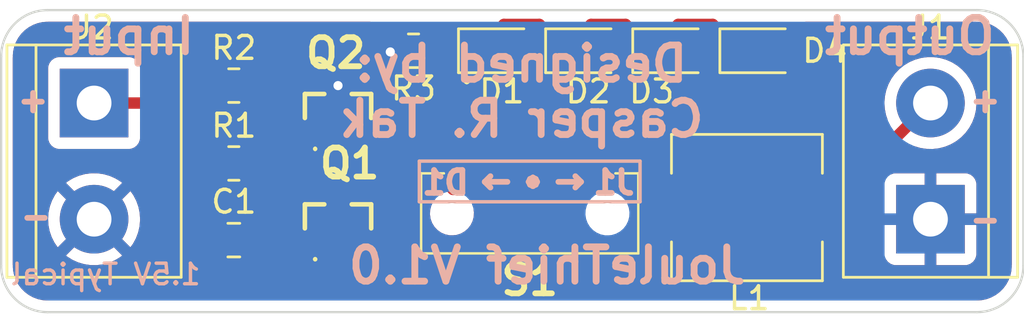
<source format=kicad_pcb>
(kicad_pcb (version 20211014) (generator pcbnew)
  (title_block (title "JouleThief THT") (date "2022-10-08") (rev "1.0") (comment 1 "Casper R. Tak"))
  (layers (0 "F.Cu" signal) (31 "B.Cu" signal) (34 "B.Paste" user) (35 "F.Paste" user) (36 "B.SilkS" user "B.Silkscreen") (37 "F.SilkS" user "F.Silkscreen") (38 "B.Mask" user) (39 "F.Mask" user) (44 "Edge.Cuts" user))
  (net 0 "")
  (net 1 "Net-(C1-Pad1)")
  (net 2 "Net-(C1-Pad2)")
  (net 3 "GND")
  (net 4 "Net-(J2-Pad1)")
  (net 5 "Net-(Q1-Pad2)")
  (net 6 "Net-(D4-Pad1)")
  (net 7 "Net-(D4-Pad2)")
  (net 8 "Net-(J1-Pad2)")
  (footprint "Resistor_SMD:R_0805_2012Metric_Pad1.20x1.40mm_HandSolder" (layer "F.Cu") (at 128.54 95.25)
    (fp_text reference "R2" (at 0 -1.65) (layer "F.SilkS"))
    (fp_text value "330")
    (fp_line (start -0.227064 0.735) (end 0.227064 0.735) (layer "F.SilkS") (width 0.12))
    (fp_line (start -0.227064 -0.735) (end 0.227064 -0.735) (layer "F.SilkS") (width 0.12))
    (pad "1" smd roundrect (at -1 0) (size 1.2 1.4) (layers "F.Cu" "F.Paste" "F.Mask") (roundrect_rratio 0.208333) (net 4 "Net-(J2-Pad1)"))
    (pad "2" smd roundrect (at 1 0) (size 1.2 1.4) (layers "F.Cu" "F.Paste" "F.Mask") (roundrect_rratio 0.208333) (net 5 "Net-(Q1-Pad2)"))
  )
  (footprint "LED_SMD:LED_0805_2012Metric_Pad1.15x1.40mm_HandSolder" (layer "F.Cu") (at 147.844 93.726)
    (fp_text reference "D3" (at -1.032 1.778) (layer "F.SilkS"))
    (fp_text value "LED")
    (fp_line (start -1.86 -0.96) (end -1.86 0.96) (layer "F.SilkS") (width 0.12))
    (fp_line (start -1.86 0.96) (end 1 0.96) (layer "F.SilkS") (width 0.12))
    (fp_line (start 1 -0.96) (end -1.86 -0.96) (layer "F.SilkS") (width 0.12))
    (pad "1" smd roundrect (at -1.025 0) (size 1.15 1.4) (layers "F.Cu" "F.Paste" "F.Mask") (roundrect_rratio 0.217391) (net 6 "Net-(D4-Pad1)"))
    (pad "2" smd roundrect (at 1.025 0) (size 1.15 1.4) (layers "F.Cu" "F.Paste" "F.Mask") (roundrect_rratio 0.217391) (net 7 "Net-(D4-Pad2)"))
  )
  (footprint "TerminalBlock:TerminalBlock_bornier-2_P5.08mm" (layer "F.Cu") (at 122.428 96.012 -90)
    (fp_text reference "J2" (at -3.302 0) (layer "F.SilkS"))
    (fp_text value "Screw_Terminal_01x02" hide)
    (fp_line (start -2.54 -3.81) (end -2.54 3.81) (layer "F.SilkS") (width 0.12))
    (fp_line (start 7.62 2.54) (end -2.54 2.54) (layer "F.SilkS") (width 0.12))
    (fp_line (start 7.62 -3.81) (end -2.54 -3.81) (layer "F.SilkS") (width 0.12))
    (fp_line (start -2.54 3.81) (end 7.62 3.81) (layer "F.SilkS") (width 0.12))
    (fp_line (start 7.62 3.81) (end 7.62 -3.81) (layer "F.SilkS") (width 0.12))
    (pad "1" thru_hole rect (at 0 0 270) (size 3 3) (drill 1.52) (layers *.Cu *.Mask) (net 4 "Net-(J2-Pad1)"))
    (pad "2" thru_hole circle (at 5.08 0 270) (size 3 3) (drill 1.52) (layers *.Cu *.Mask) (net 3 "GND"))
  )
  (footprint "LED_SMD:LED_0805_2012Metric_Pad1.15x1.40mm_HandSolder" (layer "F.Cu") (at 140.224 93.726)
    (fp_text reference "D1" (at 0.0348 1.778) (layer "F.SilkS"))
    (fp_text value "LED")
    (fp_line (start -1.86 0.96) (end 1 0.96) (layer "F.SilkS") (width 0.12))
    (fp_line (start 1 -0.96) (end -1.86 -0.96) (layer "F.SilkS") (width 0.12))
    (fp_line (start -1.86 -0.96) (end -1.86 0.96) (layer "F.SilkS") (width 0.12))
    (pad "1" smd roundrect (at -1.025 0) (size 1.15 1.4) (layers "F.Cu" "F.Paste" "F.Mask") (roundrect_rratio 0.217391) (net 6 "Net-(D4-Pad1)"))
    (pad "2" smd roundrect (at 1.025 0) (size 1.15 1.4) (layers "F.Cu" "F.Paste" "F.Mask") (roundrect_rratio 0.217391) (net 7 "Net-(D4-Pad2)"))
  )
  (footprint "LED_SMD:LED_0805_2012Metric_Pad1.15x1.40mm_HandSolder" (layer "F.Cu") (at 151.654 93.726)
    (fp_text reference "D4" (at 2.7272 0) (layer "F.SilkS"))
    (fp_text value "LED")
    (fp_line (start 1 -0.96) (end -1.86 -0.96) (layer "F.SilkS") (width 0.12))
    (fp_line (start -1.86 0.96) (end 1 0.96) (layer "F.SilkS") (width 0.12))
    (fp_line (start -1.86 -0.96) (end -1.86 0.96) (layer "F.SilkS") (width 0.12))
    (pad "1" smd roundrect (at -1.025 0) (size 1.15 1.4) (layers "F.Cu" "F.Paste" "F.Mask") (roundrect_rratio 0.217391) (net 6 "Net-(D4-Pad1)"))
    (pad "2" smd roundrect (at 1.025 0) (size 1.15 1.4) (layers "F.Cu" "F.Paste" "F.Mask") (roundrect_rratio 0.217391) (net 7 "Net-(D4-Pad2)"))
  )
  (footprint "Capacitor_SMD:C_0805_2012Metric_Pad1.18x1.45mm_HandSolder" (layer "F.Cu") (at 128.54 102.0064)
    (fp_text reference "C1" (at 0 -1.68) (layer "F.SilkS"))
    (fp_text value "220pf")
    (fp_line (start -0.261252 0.735) (end 0.261252 0.735) (layer "F.SilkS") (width 0.12))
    (fp_line (start -0.261252 -0.735) (end 0.261252 -0.735) (layer "F.SilkS") (width 0.12))
    (pad "1" smd roundrect (at -1.0375 0) (size 1.175 1.45) (layers "F.Cu" "F.Paste" "F.Mask") (roundrect_rratio 0.212766) (net 1 "Net-(C1-Pad1)"))
    (pad "2" smd roundrect (at 1.0375 0) (size 1.175 1.45) (layers "F.Cu" "F.Paste" "F.Mask") (roundrect_rratio 0.212766) (net 2 "Net-(C1-Pad2)"))
  )
  (footprint "Inductor_SMD:L_6.3x6.3_H3" (layer "F.Cu") (at 150.9776 100.584)
    (fp_text reference "L1" (at 0.1016 3.9624) (layer "F.SilkS"))
    (fp_text value "100uH")
    (fp_line (start -3.3 -1.5) (end -3.3 -3.2) (layer "F.SilkS") (width 0.12))
    (fp_line (start 3.3 -3.2) (end 3.3 -1.5) (layer "F.SilkS") (width 0.12))
    (fp_line (start -3.3 3.2) (end -3.3 1.5) (layer "F.SilkS") (width 0.12))
    (fp_line (start 3.3 1.5) (end 3.3 3.2) (layer "F.SilkS") (width 0.12))
    (fp_line (start 3.3 3.2) (end -3.3 3.2) (layer "F.SilkS") (width 0.12))
    (fp_line (start -3.3 -3.2) (end 3.3 -3.2) (layer "F.SilkS") (width 0.12))
    (pad "1" smd rect (at -2.75 0) (size 1.5 2.4) (layers "F.Cu" "F.Paste" "F.Mask") (net 1 "Net-(C1-Pad1)"))
    (pad "2" smd rect (at 2.75 0) (size 1.5 2.4) (layers "F.Cu" "F.Paste" "F.Mask") (net 4 "Net-(J2-Pad1)"))
  )
  (footprint "SamacSys_Parts:BC847215" (layer "F.Cu") (at 133.096 101.092)
    (fp_text reference "Q1" (at 0.508 -2.4384) (layer "F.SilkS") (effects (font (size 1.27 1.27) (thickness 0.254))))
    (fp_text value "BC547" hide)
    (fp_line (start -1.45 -0.65) (end -1.45 0.4) (layer "F.SilkS") (width 0.2))
    (fp_line (start -1 1.8) (end -1 1.8) (layer "F.SilkS") (width 0.1))
    (fp_line (start 1.45 -0.65) (end 1.45 0.4) (layer "F.SilkS") (width 0.2))
    (fp_line (start 0.6 -0.65) (end 1.45 -0.65) (layer "F.SilkS") (width 0.2))
    (fp_line (start -0.6 -0.65) (end -1.45 -0.65) (layer "F.SilkS") (width 0.2))
    (fp_line (start -1 1.7) (end -1 1.7) (layer "F.SilkS") (width 0.1))
    (fp_arc (start -1 1.7) (mid -0.95 1.75) (end -1 1.8) (layer "F.SilkS") (width 0.1))
    (fp_arc (start -1 1.8) (mid -1.05 1.75) (end -1 1.7) (layer "F.SilkS") (width 0.1))
    (pad "1" smd rect locked (at -0.95 1) (size 0.6 0.7) (layers "F.Cu" "F.Paste" "F.Mask") (net 1 "Net-(C1-Pad1)"))
    (pad "2" smd rect locked (at 0.95 1) (size 0.6 0.7) (layers "F.Cu" "F.Paste" "F.Mask") (net 5 "Net-(Q1-Pad2)"))
    (pad "3" smd rect locked (at 0 -1) (size 0.6 0.7) (layers "F.Cu" "F.Paste" "F.Mask") (net 3 "GND"))
  )
  (footprint "LED_SMD:LED_0805_2012Metric_Pad1.15x1.40mm_HandSolder" (layer "F.Cu") (at 144.034 93.726)
    (fp_text reference "D2" (at 0 1.778) (layer "F.SilkS"))
    (fp_text value "LED")
    (fp_line (start 1 -0.96) (end -1.86 -0.96) (layer "F.SilkS") (width 0.12))
    (fp_line (start -1.86 -0.96) (end -1.86 0.96) (layer "F.SilkS") (width 0.12))
    (fp_line (start -1.86 0.96) (end 1 0.96) (layer "F.SilkS") (width 0.12))
    (pad "1" smd roundrect (at -1.025 0) (size 1.15 1.4) (layers "F.Cu" "F.Paste" "F.Mask") (roundrect_rratio 0.217391) (net 6 "Net-(D4-Pad1)"))
    (pad "2" smd roundrect (at 1.025 0) (size 1.15 1.4) (layers "F.Cu" "F.Paste" "F.Mask") (roundrect_rratio 0.217391) (net 7 "Net-(D4-Pad2)"))
  )
  (footprint "TerminalBlock:TerminalBlock_bornier-2_P5.08mm" (layer "F.Cu") (at 159.004 101.092 90)
    (fp_text reference "J1" (at 8.382 -0.015915 180) (layer "F.SilkS"))
    (fp_text value "Screw_Terminal_01x02" hide)
    (fp_line (start 7.62 -3.81) (end -2.54 -3.81) (layer "F.SilkS") (width 0.12))
    (fp_line (start -2.54 -3.81) (end -2.54 3.81) (layer "F.SilkS") (width 0.12))
    (fp_line (start 7.62 2.54) (end -2.54 2.54) (layer "F.SilkS") (width 0.12))
    (fp_line (start -2.54 3.81) (end 7.62 3.81) (layer "F.SilkS") (width 0.12))
    (fp_line (start 7.62 3.81) (end 7.62 -3.81) (layer "F.SilkS") (width 0.12))
    (pad "1" thru_hole rect (at 0 0 90) (size 3 3) (drill 1.52) (layers *.Cu *.Mask) (net 3 "GND"))
    (pad "2" thru_hole circle (at 5.08 0 90) (size 3 3) (drill 1.52) (layers *.Cu *.Mask) (net 8 "Net-(J1-Pad2)"))
  )
  (footprint "SamacSys_Parts:LSSM12PVTR" (layer "F.Cu") (at 141.478 100.838)
    (fp_text reference "S1" (at 0 2.921) (layer "F.SilkS") (effects (font (size 1.27 1.27) (thickness 0.254))))
    (fp_text value "SWITCH-SPDT-PTH-11.6X4.0MM-KIT" hide)
    (fp_line (start -4.75 -1.75) (end -4.75 -1.75) (layer "F.SilkS") (width 0.1))
    (fp_line (start 3.75 -1.75) (end 3.75 -1.75) (layer "F.SilkS") (width 0.1))
    (fp_line (start -4.75 -1.75) (end -4.75 -1.75) (layer "F.SilkS") (width 0.1))
    (fp_line (start 4.75 1.75) (end 4.75 1.75) (layer "F.SilkS") (width 0.1))
    (fp_line (start 4.75 -1.75) (end 4.75 -1.75) (layer "F.SilkS") (width 0.1))
    (fp_line (start -2.75 -5.85) (end -2.75 -5.85) (layer "F.SilkS") (width 0.2))
    (fp_line (start -2.75 -5.75) (end -2.75 -5.75) (layer "F.SilkS") (width 0.2))
    (fp_line (start 3.75 -1.75) (end 4.75 -1.75) (layer "F.SilkS") (width 0.1))
    (fp_line (start -4.75 1.75) (end -4.75 1.75) (layer "F.SilkS") (width 0.1))
    (fp_line (start -3.75 -1.75) (end -4.75 -1.75) (layer "F.SilkS") (width 0.1))
    (fp_line (start -4.75 -1.75) (end -3.75 -1.75) (layer "F.SilkS") (width 0.1))
    (fp_line (start -4.75 -1.75) (end -4.75 1.75) (layer "F.SilkS") (width 0.1))
    (fp_line (start -4.75 1.75) (end -4.75 -1.75) (layer "F.SilkS") (width 0.1))
    (fp_line (start 4.75 -1.75) (end 3.75 -1.75) (layer "F.SilkS") (width 0.1))
    (fp_line (start -4.75 1.75) (end -4.75 1.75) (layer "F.SilkS") (width 0.1))
    (fp_line (start 4.75 1.75) (end 4.75 -1.75) (layer "F.SilkS") (width 0.1))
    (fp_line (start 4.75 -1.75) (end 4.75 1.75) (layer "F.SilkS") (width 0.1))
    (fp_line (start -2.75 -5.85) (end -2.75 -5.85) (layer "F.SilkS") (width 0.2))
    (fp_line (start 4.75 -1.75) (end 4.75 -1.75) (layer "F.SilkS") (width 0.1))
    (fp_line (start 4.75 1.75) (end -4.75 1.75) (layer "F.SilkS") (width 0.1))
    (fp_line (start -3.75 -1.75) (end -3.75 -1.75) (layer "F.SilkS") (width 0.1))
    (fp_line (start -4.75 1.75) (end 4.75 1.75) (layer "F.SilkS") (width 0.1))
    (fp_line (start 4.75 1.75) (end 4.75 1.75) (layer "F.SilkS") (width 0.1))
    (fp_arc (start -2.75 -5.85) (mid -2.7 -5.8) (end -2.75 -5.75) (layer "F.SilkS") (width 0.2))
    (fp_arc (start -2.75 -5.75) (mid -2.8 -5.8) (end -2.75 -5.85) (layer "F.SilkS") (width 0.2))
    (fp_arc (start -2.75 -5.75) (mid -2.8 -5.8) (end -2.75 -5.85) (layer "F.SilkS") (width 0.2))
    (pad "" np_thru_hole circle locked (at 3.4 0) (size 0.9 0.9) (drill 0.9) (layers *.Cu *.Mask))
    (pad "" np_thru_hole circle locked (at -3.4 0) (size 0.9 0.9) (drill 0.9) (layers *.Cu *.Mask))
    (pad "1" smd rect locked (at -2.5 -2.75) (size 1.2 2.5) (layers "F.Cu" "F.Paste" "F.Mask") (net 7 "Net-(D4-Pad2)"))
    (pad "2" smd rect locked (at 0 -2.75) (size 1.2 2.5) (layers "F.Cu" "F.Paste" "F.Mask") (net 1 "Net-(C1-Pad1)"))
    (pad "3" smd rect locked (at 2.5 -2.75) (size 1.2 2.5) (layers "F.Cu" "F.Paste" "F.Mask") (net 8 "Net-(J1-Pad2)"))
  )
  (footprint "SamacSys_Parts:BC847215" (layer "F.Cu") (at 133.096 96.266)
    (fp_text reference "Q2" (at -0.1016 -2.4384) (layer "F.SilkS") (effects (font (size 1.27 1.27) (thickness 0.254))))
    (fp_text value "BC547" hide)
    (fp_line (start 0.6 -0.65) (end 1.45 -0.65) (layer "F.SilkS") (width 0.2))
    (fp_line (start -1.45 -0.65) (end -1.45 0.4) (layer "F.SilkS") (width 0.2))
    (fp_line (start 1.45 -0.65) (end 1.45 0.4) (layer "F.SilkS") (width 0.2))
    (fp_line (start -0.6 -0.65) (end -1.45 -0.65) (layer "F.SilkS") (width 0.2))
    (fp_line (start -1 1.7) (end -1 1.7) (layer "F.SilkS") (width 0.1))
    (fp_line (start -1 1.8) (end -1 1.8) (layer "F.SilkS") (width 0.1))
    (fp_arc (start -1 1.7) (mid -0.95 1.75) (end -1 1.8) (layer "F.SilkS") (width 0.1))
    (fp_arc (start -1 1.8) (mid -1.05 1.75) (end -1 1.7) (layer "F.SilkS") (width 0.1))
    (pad "1" smd rect locked (at -0.95 1) (size 0.6 0.7) (layers "F.Cu" "F.Paste" "F.Mask") (net 5 "Net-(Q1-Pad2)"))
    (pad "2" smd rect locked (at 0.95 1) (size 0.6 0.7) (layers "F.Cu" "F.Paste" "F.Mask") (net 2 "Net-(C1-Pad2)"))
    (pad "3" smd rect locked (at 0 -1) (size 0.6 0.7) (layers "F.Cu" "F.Paste" "F.Mask") (net 3 "GND"))
  )
  (footprint "Resistor_SMD:R_0805_2012Metric_Pad1.20x1.40mm_HandSolder" (layer "F.Cu") (at 136.398 93.726 180)
    (fp_text reference "R3" (at 0 -1.65) (layer "F.SilkS"))
    (fp_text value "x")
    (fp_line (start -0.227064 -0.735) (end 0.227064 -0.735) (layer "F.SilkS") (width 0.12))
    (fp_line (start -0.227064 0.735) (end 0.227064 0.735) (layer "F.SilkS") (width 0.12))
    (pad "1" smd roundrect (at -1 0 180) (size 1.2 1.4) (layers "F.Cu" "F.Paste" "F.Mask") (roundrect_rratio 0.208333) (net 6 "Net-(D4-Pad1)"))
    (pad "2" smd roundrect (at 1 0 180) (size 1.2 1.4) (layers "F.Cu" "F.Paste" "F.Mask") (roundrect_rratio 0.208333) (net 3 "GND"))
  )
  (footprint "Resistor_SMD:R_0805_2012Metric_Pad1.20x1.40mm_HandSolder" (layer "F.Cu") (at 128.54 98.6536)
    (fp_text reference "R1" (at 0 -1.65) (layer "F.SilkS"))
    (fp_text value "22k")
    (fp_line (start -0.227064 0.735) (end 0.227064 0.735) (layer "F.SilkS") (width 0.12))
    (fp_line (start -0.227064 -0.735) (end 0.227064 -0.735) (layer "F.SilkS") (width 0.12))
    (pad "1" smd roundrect (at -1 0) (size 1.2 1.4) (layers "F.Cu" "F.Paste" "F.Mask") (roundrect_rratio 0.208333) (net 1 "Net-(C1-Pad1)"))
    (pad "2" smd roundrect (at 1 0) (size 1.2 1.4) (layers "F.Cu" "F.Paste" "F.Mask") (roundrect_rratio 0.208333) (net 2 "Net-(C1-Pad2)"))
  )
  (gr_line (start 136.652 100.33) (end 136.652 98.552) (layer "B.SilkS") (width 0.15))
  (gr_line (start 146.304 98.552) (end 146.304 100.33) (layer "B.SilkS") (width 0.15))
  (gr_line (start 136.652 98.552) (end 146.304 98.552) (layer "B.SilkS") (width 0.15))
  (gr_line (start 146.304 100.33) (end 136.652 100.33) (layer "B.SilkS") (width 0.15))
  (gr_arc (start 163.068 103.124) (mid 162.472842 104.560846) (end 161.036 105.156) (layer "Edge.Cuts") (width 0.1))
  (gr_arc (start 161.036 91.948) (mid 162.472831 92.543164) (end 163.068 93.98) (layer "Edge.Cuts") (width 0.1))
  (gr_line (start 163.068 93.98) (end 163.068 103.124) (layer "Edge.Cuts") (width 0.1))
  (gr_line (start 118.364 103.124) (end 118.364 93.98) (layer "Edge.Cuts") (width 0.1))
  (gr_arc (start 118.364 93.98) (mid 118.959159 92.543159) (end 120.396 91.948) (layer "Edge.Cuts") (width 0.1))
  (gr_line (start 120.396 91.948) (end 161.036 91.948) (layer "Edge.Cuts") (width 0.1))
  (gr_arc (start 120.396 105.156) (mid 118.959159 104.560841) (end 118.364 103.124) (layer "Edge.Cuts") (width 0.1))
  (gr_line (start 161.036 105.156) (end 120.396 105.156) (layer "Edge.Cuts") (width 0.1))
  (gr_text "Designed by:\nCasper R. Tak" (at 141.1224 95.504) (layer "B.SilkS") (effects (font (size 1.5 1.5) (thickness 0.3)) (justify mirror)))
  (gr_text "J1" (at 145.161 99.4918) (layer "B.SilkS") (effects (font (size 1 1) (thickness 0.25)) (justify mirror)))
  (gr_text "D1\n" (at 137.795 99.4918) (layer "B.SilkS") (effects (font (size 1 1) (thickness 0.25)) (justify mirror)))
  (gr_text "Output\n" (at 158.099085 93.091) (layer "B.SilkS") (effects (font (size 1.5 1.5) (thickness 0.3)) (justify mirror)))
  (gr_text "-\n" (at 161.401085 101.092) (layer "B.SilkS") (effects (font (size 1 1) (thickness 0.25)) (justify mirror)))
  (gr_text "+" (at 161.401085 95.885) (layer "B.SilkS") (effects (font (size 1 1) (thickness 0.25)) (justify mirror)))
  (gr_text " ←•→" (at 142.113 99.3648) (layer "B.SilkS") (effects (font (size 1.3 1.3) (thickness 0.25)) (justify mirror)))
  (gr_text "1.5V Typical" (at 122.936 103.505) (layer "B.SilkS") (effects (font (size 0.9 0.9)) (justify mirror)))
  (gr_text "Input" (at 123.952 93.091) (layer "B.SilkS") (effects (font (size 1.5 1.5) (thickness 0.3)) (justify mirror)))
  (gr_text "JouleThief V1.0\n" (at 142.24 103.124) (layer "B.SilkS") (effects (font (size 1.5 1.5) (thickness 0.3)) (justify mirror)))
  (gr_text "+" (at 119.761 95.885) (layer "B.SilkS") (effects (font (size 1 1) (thickness 0.25)) (justify mirror)))
  (gr_text "-\n" (at 119.888 100.965) (layer "B.SilkS") (effects (font (size 1 1) (thickness 0.25)) (justify mirror)))
  (segment (start 133.096 104.14) (end 144.653 104.14) (width 0.5) (layer "F.Cu") (net 1))
  (segment (start 144.653 104.14) (end 145.161 103.632) (width 0.5) (layer "F.Cu") (net 1))
  (segment (start 145.1864 103.632) (end 148.38 100.4384) (width 0.5) (layer "F.Cu") (net 1))
  (segment (start 145.161 103.632) (end 145.1864 103.632) (width 0.5) (layer "F.Cu") (net 1))
  (segment (start 127.5025 98.6911) (end 127.54 98.6536) (width 0.5) (layer "F.Cu") (net 1))
  (segment (start 128.778 104.013) (end 130.225 104.013) (width 0.5) (layer "F.Cu") (net 1))
  (segment (start 127.5025 102.0064) (end 127.5025 98.6911) (width 0.5) (layer "F.Cu") (net 1))
  (segment (start 141.478 98.088) (end 141.478 99.949) (width 0.5) (layer "F.Cu") (net 1))
  (segment (start 127.5025 102.0064) (end 127.5025 102.7375) (width 0.5) (layer "F.Cu") (net 1))
  (segment (start 132.146 102.092) (end 132.146 103.19) (width 0.5) (layer "F.Cu") (net 1))
  (segment (start 130.225 104.013) (end 132.146 102.092) (width 0.5) (layer "F.Cu") (net 1))
  (segment (start 127.5025 102.7375) (end 128.778 104.013) (width 0.5) (layer "F.Cu") (net 1))
  (segment (start 132.146 103.19) (end 133.096 104.14) (width 0.5) (layer "F.Cu") (net 1))
  (segment (start 141.478 99.949) (end 145.161 103.632) (width 0.5) (layer "F.Cu") (net 1))
  (segment (start 129.5775 98.6911) (end 129.54 98.6536) (width 0.5) (layer "F.Cu") (net 2))
  (segment (start 129.54 98.6536) (end 132.6584 98.6536) (width 0.5) (layer "F.Cu") (net 2))
  (segment (start 129.5775 102.0064) (end 129.5775 98.6911) (width 0.5) (layer "F.Cu") (net 2))
  (segment (start 132.6584 98.6536) (end 134.046 97.266) (width 0.5) (layer "F.Cu") (net 2))
  (segment (start 133.096 95.25) (end 133.5644 95.7184) (width 0.5) (layer "F.Cu") (net 3))
  (segment (start 134.80835 95.7184) (end 135.8392 96.74925) (width 0.5) (layer "F.Cu") (net 3))
  (segment (start 133.5644 95.7184) (end 134.80835 95.7184) (width 0.5) (layer "F.Cu") (net 3))
  (segment (start 133.096 102.616) (end 133.096 100.092) (width 0.5) (layer "F.Cu") (net 3))
  (segment (start 135.8392 102.2096) (end 134.9248 103.124) (width 0.5) (layer "F.Cu") (net 3))
  (segment (start 134.9248 103.124) (end 133.604 103.124) (width 0.5) (layer "F.Cu") (net 3))
  (segment (start 133.604 103.124) (end 133.096 102.616) (width 0.5) (layer "F.Cu") (net 3))
  (segment (start 135.8392 96.74925) (end 135.8392 102.2096) (width 0.5) (layer "F.Cu") (net 3))
  (via (at 135.382 93.7768) (size 0.8) (drill 0.4) (layers "F.Cu" "B.Cu") (net 3))
  (via (at 133.096 95.25) (size 0.8) (drill 0.4) (layers "F.Cu" "B.Cu") (net 3))
  (segment (start 127.54 95.25) (end 126.778 96.012) (width 0.5) (layer "F.Cu") (net 4))
  (segment (start 128.69 94.1) (end 127.54 95.25) (width 0.5) (layer "F.Cu") (net 4))
  (segment (start 140.208 99.568) (end 139.988 99.788) (width 0.5) (layer "F.Cu") (net 4))
  (segment (start 153.7276 98.1016) (end 151.638 96.012) (width 0.5) (layer "F.Cu") (net 4))
  (segment (start 139.988 99.788) (end 138.1252 99.788) (width 0.5) (layer "F.Cu") (net 4))
  (segment (start 134.2644 94.996) (end 133.3684 94.1) (width 0.5) (layer "F.Cu") (net 4))
  (segment (start 153.7276 100.584) (end 153.7276 98.1016) (width 0.5) (layer "F.Cu") (net 4))
  (segment (start 137.7696 99.4324) (end 137.7696 96.03805) (width 0.5) (layer "F.Cu") (net 4))
  (segment (start 151.638 96.012) (end 140.6652 96.012) (width 0.5) (layer "F.Cu") (net 4))
  (segment (start 137.7696 96.03805) (end 136.72755 94.996) (width 0.5) (layer "F.Cu") (net 4))
  (segment (start 140.6652 96.012) (end 140.208 96.4692) (width 0.5) (layer "F.Cu") (net 4))
  (segment (start 126.778 96.012) (end 122.428 96.012) (width 0.5) (layer "F.Cu") (net 4))
  (segment (start 138.1252 99.788) (end 137.7696 99.4324) (width 0.5) (layer "F.Cu") (net 4))
  (segment (start 136.72755 94.996) (end 134.2644 94.996) (width 0.5) (layer "F.Cu") (net 4))
  (segment (start 140.208 96.4692) (end 140.208 99.568) (width 0.5) (layer "F.Cu") (net 4))
  (segment (start 133.3684 94.1) (end 128.69 94.1) (width 0.5) (layer "F.Cu") (net 4))
  (segment (start 129.54 95.25) (end 130.13 95.25) (width 0.5) (layer "F.Cu") (net 5))
  (segment (start 130.13 95.25) (end 132.146 97.266) (width 0.5) (layer "F.Cu") (net 5))
  (segment (start 132.9936 96.4184) (end 132.146 97.266) (width 0.5) (layer "F.Cu") (net 5))
  (segment (start 134.046 102.092) (end 134.046 99.126) (width 0.5) (layer "F.Cu") (net 5))
  (segment (start 134.9756 98.1964) (end 134.9756 96.8756) (width 0.5) (layer "F.Cu") (net 5))
  (segment (start 134.046 99.126) (end 134.9756 98.1964) (width 0.5) (layer "F.Cu") (net 5))
  (segment (start 134.9756 96.8756) (end 134.5184 96.4184) (width 0.5) (layer "F.Cu") (net 5))
  (segment (start 134.5184 96.4184) (end 132.9936 96.4184) (width 0.5) (layer "F.Cu") (net 5))
  (segment (start 144.159 92.576) (end 145.673949 92.576) (width 0.5) (layer "F.Cu") (net 6))
  (segment (start 145.673949 92.576) (end 146.819 93.721051) (width 0.5) (layer "F.Cu") (net 6))
  (segment (start 143.009 93.6822) (end 143.009 93.726) (width 0.5) (layer "F.Cu") (net 6))
  (segment (start 146.819 93.721051) (end 146.819 93.726) (width 0.5) (layer "F.Cu") (net 6))
  (segment (start 150.629 93.721051) (end 150.629 93.726) (width 0.5) (layer "F.Cu") (net 6))
  (segment (start 139.199 93.726) (end 140.349 92.576) (width 0.5) (layer "F.Cu") (net 6))
  (segment (start 147.969 92.576) (end 149.483949 92.576) (width 0.5) (layer "F.Cu") (net 6))
  (segment (start 141.9028 92.576) (end 143.009 93.6822) (width 0.5) (layer "F.Cu") (net 6))
  (segment (start 143.009 93.726) (end 144.159 92.576) (width 0.5) (layer "F.Cu") (net 6))
  (segment (start 137.398 93.726) (end 139.199 93.726) (width 0.5) (layer "F.Cu") (net 6))
  (segment (start 149.483949 92.576) (end 150.629 93.721051) (width 0.5) (layer "F.Cu") (net 6))
  (segment (start 140.349 92.576) (end 141.9028 92.576) (width 0.5) (layer "F.Cu") (net 6))
  (segment (start 146.819 93.726) (end 147.969 92.576) (width 0.5) (layer "F.Cu") (net 6))
  (segment (start 151.529 94.876) (end 152.679 93.726) (width 0.5) (layer "F.Cu") (net 7))
  (segment (start 143.909 94.876) (end 145.059 93.726) (width 0.5) (layer "F.Cu") (net 7))
  (segment (start 146.204051 94.876) (end 147.719 94.876) (width 0.5) (layer "F.Cu") (net 7))
  (segment (start 148.869 93.730949) (end 150.014051 94.876) (width 0.5) (layer "F.Cu") (net 7))
  (segment (start 145.059 93.730949) (end 146.204051 94.876) (width 0.5) (layer "F.Cu") (net 7))
  (segment (start 150.014051 94.876) (end 151.529 94.876) (width 0.5) (layer "F.Cu") (net 7))
  (segment (start 141.249 93.726) (end 141.249 93.730949) (width 0.5) (layer "F.Cu") (net 7))
  (segment (start 142.394051 94.876) (end 143.909 94.876) (width 0.5) (layer "F.Cu") (net 7))
  (segment (start 141.249 93.730949) (end 142.394051 94.876) (width 0.5) (layer "F.Cu") (net 7))
  (segment (start 148.869 93.726) (end 148.869 93.730949) (width 0.5) (layer "F.Cu") (net 7))
  (segment (start 138.978 95.997) (end 138.978 98.088) (width 0.5) (layer "F.Cu") (net 7))
  (segment (start 141.249 93.726) (end 138.978 95.997) (width 0.5) (layer "F.Cu") (net 7))
  (segment (start 147.719 94.876) (end 148.869 93.726) (width 0.5) (layer "F.Cu") (net 7))
  (segment (start 145.059 93.726) (end 145.059 93.730949) (width 0.5) (layer "F.Cu") (net 7))
  (segment (start 150.566 98.088) (end 151.9428 99.4648) (width 0.5) (layer "F.Cu") (net 8))
  (segment (start 155.7528 102.8192) (end 156.3116 102.2604) (width 0.5) (layer "F.Cu") (net 8))
  (segment (start 152.3492 102.8192) (end 155.7528 102.8192) (width 0.5) (layer "F.Cu") (net 8))
  (segment (start 151.9428 102.4128) (end 152.3492 102.8192) (width 0.5) (layer "F.Cu") (net 8))
  (segment (start 156.3116 102.2604) (end 156.3116 98.7044) (width 0.5) (layer "F.Cu") (net 8))
  (segment (start 151.9428 99.4648) (end 151.9428 102.4128) (width 0.5) (layer "F.Cu") (net 8))
  (segment (start 143.978 98.088) (end 150.566 98.088) (width 0.5) (layer "F.Cu") (net 8))
  (segment (start 156.3116 98.7044) (end 159.004 96.012) (width 0.5) (layer "F.Cu") (net 8))
  (zone (net 3) (net_name "GND") (layers F&B.Cu) (connect_pads (clearance 0.508)) (min_thickness 0.254) (fill yes (thermal_gap 0.508) (thermal_bridge_width 0.508))
    (polygon (pts (xy 163.068 105.156) (xy 118.364 105.156) (xy 118.364 91.948) (xy 163.068 91.948)))
  )
)
</source>
